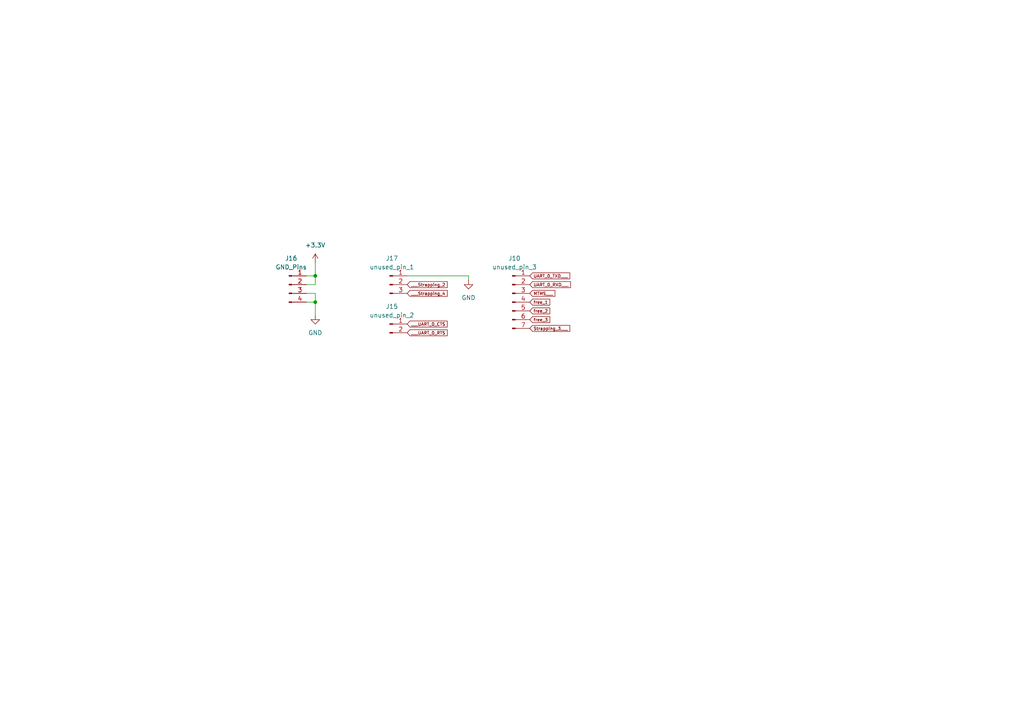
<source format=kicad_sch>
(kicad_sch (version 20250114) (generator "eeschema") (generator_version "9.0")
  (paper "A4")
  (lib_symbols
    (symbol "Connector:Conn_01x02_Pin" (pin_names (offset 1.016) (hide yes))
      (property "Reference" "J" (at 0 2.54 0))
      (property "Value" "Conn_01x02_Pin" (at 0 -5.08 0))
      (symbol "Conn_01x02_Pin_1_1"
        (rectangle (start 0.8636 0.127) (end 0 -0.127) (stroke (width 0.1524)) (fill (type outline)))
        (rectangle (start 0.8636 -2.413) (end 0 -2.667) (stroke (width 0.1524)) (fill (type outline)))
        (polyline (pts (xy 1.27 0) (xy 0.8636 0)) (stroke (width 0.1524)))
        (polyline (pts (xy 1.27 -2.54) (xy 0.8636 -2.54)) (stroke (width 0.1524)))
        (pin passive line (at 5.08 0 180) (length 3.81) (name "Pin_1") (number "1"))
        (pin passive line (at 5.08 -2.54 180) (length 3.81) (name "Pin_2") (number "2"))
      )
    )
    (symbol "Connector:Conn_01x03_Pin" (pin_names (offset 1.016) (hide yes))
      (property "Reference" "J" (at 0 5.08 0))
      (property "Value" "Conn_01x03_Pin" (at 0 -5.08 0))
      (symbol "Conn_01x03_Pin_1_1"
        (rectangle (start 0.8636 2.667) (end 0 2.413) (stroke (width 0.1524)) (fill (type outline)))
        (rectangle (start 0.8636 0.127) (end 0 -0.127) (stroke (width 0.1524)) (fill (type outline)))
        (rectangle (start 0.8636 -2.413) (end 0 -2.667) (stroke (width 0.1524)) (fill (type outline)))
        (polyline (pts (xy 1.27 2.54) (xy 0.8636 2.54)) (stroke (width 0.1524)))
        (polyline (pts (xy 1.27 0) (xy 0.8636 0)) (stroke (width 0.1524)))
        (polyline (pts (xy 1.27 -2.54) (xy 0.8636 -2.54)) (stroke (width 0.1524)))
        (pin passive line (at 5.08 2.54 180) (length 3.81) (name "Pin_1") (number "1"))
        (pin passive line (at 5.08 0 180) (length 3.81) (name "Pin_2") (number "2"))
        (pin passive line (at 5.08 -2.54 180) (length 3.81) (name "Pin_3") (number "3"))
      )
    )
    (symbol "Connector:Conn_01x04_Pin" (pin_names (offset 1.016) (hide yes))
      (property "Reference" "J" (at 0 5.08 0))
      (property "Value" "Conn_01x04_Pin" (at 0 -7.62 0))
      (symbol "Conn_01x04_Pin_1_1"
        (rectangle (start 0.8636 2.667) (end 0 2.413) (stroke (width 0.1524)) (fill (type outline)))
        (rectangle (start 0.8636 0.127) (end 0 -0.127) (stroke (width 0.1524)) (fill (type outline)))
        (rectangle (start 0.8636 -2.413) (end 0 -2.667) (stroke (width 0.1524)) (fill (type outline)))
        (rectangle (start 0.8636 -4.953) (end 0 -5.207) (stroke (width 0.1524)) (fill (type outline)))
        (polyline (pts (xy 1.27 2.54) (xy 0.8636 2.54)) (stroke (width 0.1524)))
        (polyline (pts (xy 1.27 0) (xy 0.8636 0)) (stroke (width 0.1524)))
        (polyline (pts (xy 1.27 -2.54) (xy 0.8636 -2.54)) (stroke (width 0.1524)))
        (polyline (pts (xy 1.27 -5.08) (xy 0.8636 -5.08)) (stroke (width 0.1524)))
        (pin passive line (at 5.08 2.54 180) (length 3.81) (name "Pin_1") (number "1"))
        (pin passive line (at 5.08 0 180) (length 3.81) (name "Pin_2") (number "2"))
        (pin passive line (at 5.08 -2.54 180) (length 3.81) (name "Pin_3") (number "3"))
        (pin passive line (at 5.08 -5.08 180) (length 3.81) (name "Pin_4") (number "4"))
      )
    )
    (symbol "Connector:Conn_01x07_Pin" (pin_names (offset 1.016) (hide yes))
      (property "Reference" "J" (at 0 10.16 0))
      (property "Value" "Conn_01x07_Pin" (at 0 -10.16 0))
      (symbol "Conn_01x07_Pin_1_1"
        (rectangle (start 0.8636 7.747) (end 0 7.493) (stroke (width 0.1524)) (fill (type outline)))
        (rectangle (start 0.8636 5.207) (end 0 4.953) (stroke (width 0.1524)) (fill (type outline)))
        (rectangle (start 0.8636 2.667) (end 0 2.413) (stroke (width 0.1524)) (fill (type outline)))
        (rectangle (start 0.8636 0.127) (end 0 -0.127) (stroke (width 0.1524)) (fill (type outline)))
        (rectangle (start 0.8636 -2.413) (end 0 -2.667) (stroke (width 0.1524)) (fill (type outline)))
        (rectangle (start 0.8636 -4.953) (end 0 -5.207) (stroke (width 0.1524)) (fill (type outline)))
        (rectangle (start 0.8636 -7.493) (end 0 -7.747) (stroke (width 0.1524)) (fill (type outline)))
        (polyline (pts (xy 1.27 7.62) (xy 0.8636 7.62)) (stroke (width 0.1524)))
        (polyline (pts (xy 1.27 5.08) (xy 0.8636 5.08)) (stroke (width 0.1524)))
        (polyline (pts (xy 1.27 2.54) (xy 0.8636 2.54)) (stroke (width 0.1524)))
        (polyline (pts (xy 1.27 0) (xy 0.8636 0)) (stroke (width 0.1524)))
        (polyline (pts (xy 1.27 -2.54) (xy 0.8636 -2.54)) (stroke (width 0.1524)))
        (polyline (pts (xy 1.27 -5.08) (xy 0.8636 -5.08)) (stroke (width 0.1524)))
        (polyline (pts (xy 1.27 -7.62) (xy 0.8636 -7.62)) (stroke (width 0.1524)))
        (pin passive line (at 5.08 7.62 180) (length 3.81) (name "Pin_1") (number "1"))
        (pin passive line (at 5.08 5.08 180) (length 3.81) (name "Pin_2") (number "2"))
        (pin passive line (at 5.08 2.54 180) (length 3.81) (name "Pin_3") (number "3"))
        (pin passive line (at 5.08 0 180) (length 3.81) (name "Pin_4") (number "4"))
        (pin passive line (at 5.08 -2.54 180) (length 3.81) (name "Pin_5") (number "5"))
        (pin passive line (at 5.08 -5.08 180) (length 3.81) (name "Pin_6") (number "6"))
        (pin passive line (at 5.08 -7.62 180) (length 3.81) (name "Pin_7") (number "7"))
      )
    )
    (symbol "PAMI-Power_Board_specific_symbols:+3.3V" (power) (pin_numbers (hide yes)) (pin_names (offset 0) (hide yes))
      (property "Value" "+3.3V" (at 0 3.556 0))
      (symbol "+3.3V_0_1"
        (polyline (pts (xy -0.762 1.27) (xy 0 2.54)))
        (polyline (pts (xy 0 2.54) (xy 0.762 1.27)))
        (polyline (pts (xy 0 0) (xy 0 2.54)))
      )
      (symbol "+3.3V_1_1"
        (pin power_in line (at 0 0 90) (length 0) (name "~") (number "1"))
      )
    )
    (symbol "power:GND" (power) (pin_numbers (hide yes)) (pin_names (offset 0) (hide yes))
      (property "Value" "GND" (at 0 -3.81 0))
      (symbol "GND_0_1"
        (polyline (pts (xy 0 0) (xy 0 -1.27) (xy 1.27 -1.27) (xy 0 -2.54) (xy -1.27 -1.27) (xy 0 -1.27)))
      )
      (symbol "GND_1_1"
        (pin power_in line (at 0 0 270) (length 0) (name "~") (number "1"))
      )
    )
  )
  (junction (at 91.44 80.01))
  (junction (at 91.44 87.63))
  (wire (pts (xy 91.44 85.09) (xy 91.44 87.63)))
  (wire (pts (xy 118.11 80.01) (xy 135.89 80.01)))
  (wire (pts (xy 91.44 80.01) (xy 91.44 82.55)))
  (wire (pts (xy 88.9 85.09) (xy 91.44 85.09)))
  (wire (pts (xy 88.9 82.55) (xy 91.44 82.55)))
  (wire (pts (xy 91.44 76.2) (xy 91.44 80.01)))
  (wire (pts (xy 135.89 80.01) (xy 135.89 81.28)))
  (wire (pts (xy 88.9 80.01) (xy 91.44 80.01)))
  (wire (pts (xy 88.9 87.63) (xy 91.44 87.63)))
  (wire (pts (xy 91.44 87.63) (xy 91.44 91.44)))
  (global_label "___Strapping_4" (shape input) (at 118.11 85.09 0) (effects (font (size 0.889 0.889))) (property "Intersheetrefs" "${INTERSHEET_REFS}" (effects (hide yes))))
  (global_label "free_3" (shape input) (at 153.67 92.71 0) (effects (font (size 0.889 0.889))) (property "Intersheetrefs" "${INTERSHEET_REFS}" (effects (hide yes))))
  (global_label "___UART_0_CTS" (shape input) (at 118.11 93.98 0) (effects (font (size 0.889 0.889))) (property "Intersheetrefs" "${INTERSHEET_REFS}" (effects (hide yes))))
  (global_label "___Strapping_2" (shape input) (at 118.11 82.55 0) (effects (font (size 0.889 0.889))) (property "Intersheetrefs" "${INTERSHEET_REFS}" (effects (hide yes))))
  (global_label "___UART_0_RTS" (shape input) (at 118.11 96.52 0) (effects (font (size 0.889 0.889))) (property "Intersheetrefs" "${INTERSHEET_REFS}" (effects (hide yes))))
  (global_label "free_2" (shape input) (at 153.67 90.17 0) (effects (font (size 0.889 0.889))) (property "Intersheetrefs" "${INTERSHEET_REFS}" (effects (hide yes))))
  (global_label "free_1" (shape input) (at 153.67 87.63 0) (effects (font (size 0.889 0.889))) (property "Intersheetrefs" "${INTERSHEET_REFS}" (effects (hide yes))))
  (global_label "UART_0_TXD___" (shape input) (at 153.67 80.01 0) (effects (font (size 0.889 0.889))) (property "Intersheetrefs" "${INTERSHEET_REFS}" (effects (hide yes))))
  (global_label "UART_0_RXD___" (shape input) (at 153.67 82.55 0) (effects (font (size 0.889 0.889))) (property "Intersheetrefs" "${INTERSHEET_REFS}" (effects (hide yes))))
  (global_label "MTMS___" (shape input) (at 153.67 85.09 0) (effects (font (size 0.889 0.889))) (property "Intersheetrefs" "${INTERSHEET_REFS}" (effects (hide yes))))
  (global_label "Strapping_3___" (shape input) (at 153.67 95.25 0) (effects (font (size 0.889 0.889))) (property "Intersheetrefs" "${INTERSHEET_REFS}" (effects (hide yes))))
  (symbol (lib_id "power:GND") (at 135.89 81.28 0) (unit 1)
    (property "Reference" "#PWR0106" (effects (hide yes)))
    (property "Value" "GND" (at 135.89 86.36 0))
    (property "Description" "Power symbol creates a global label with name \"GND\" , ground" (effects (hide yes)))
  )
  (symbol (lib_id "PAMI-Power_Board_specific_symbols:+3.3V") (at 91.44 76.2 0) (unit 1)
    (property "Reference" "#PWR069" (effects (hide yes)))
    (property "Value" "+3.3V" (at 91.44 71.12 0))
    (property "Description" "Power symbol creates a global label with name \"+3.3V\"" (effects (hide yes)))
  )
  (symbol (lib_id "Connector:Conn_01x03_Pin") (at 113.03 82.55 0) (unit 1)
    (property "Reference" "J17" (at 113.665 74.93 0))
    (property "Value" "unused_pin_1" (at 113.665 77.47 0))
    (property "Footprint" "Connector_PinSocket_2.54mm:PinSocket_1x03_P2.54mm_Vertical" (effects (hide yes)))
    (property "Description" "Generic connector, single row, 01x03, script generated" (effects (hide yes)))
  )
  (symbol (lib_id "Connector:Conn_01x04_Pin") (at 83.82 82.55 0) (unit 1)
    (property "Reference" "J16" (at 84.455 74.93 0))
    (property "Value" "GND_Pins" (at 84.455 77.47 0))
    (property "Footprint" "Connector_PinSocket_2.54mm:PinSocket_1x04_P2.54mm_Vertical" (effects (hide yes)))
    (property "Description" "Generic connector, single row, 01x04, script generated" (effects (hide yes)))
  )
  (symbol (lib_id "power:GND") (at 91.44 91.44 0) (unit 1)
    (property "Reference" "#PWR0105" (effects (hide yes)))
    (property "Value" "GND" (at 91.44 96.52 0))
    (property "Description" "Power symbol creates a global label with name \"GND\" , ground" (effects (hide yes)))
  )
  (symbol (lib_id "Connector:Conn_01x07_Pin") (at 148.59 87.63 0) (unit 1)
    (property "Reference" "J10" (at 149.225 74.93 0))
    (property "Value" "unused_pin_3" (at 149.225 77.47 0))
    (property "Footprint" "Connector_PinSocket_2.54mm:PinSocket_1x07_P2.54mm_Vertical" (effects (hide yes)))
    (property "Description" "Generic connector, single row, 01x07, script generated" (effects (hide yes)))
  )
  (symbol (lib_id "Connector:Conn_01x02_Pin") (at 113.03 93.98 0) (unit 1)
    (property "Reference" "J15" (at 113.665 88.9 0))
    (property "Value" "unused_pin_2" (at 113.665 91.44 0))
    (property "Footprint" "Connector_PinSocket_2.54mm:PinSocket_1x02_P2.54mm_Vertical" (effects (hide yes)))
    (property "Description" "Generic connector, single row, 01x02, script generated" (effects (hide yes)))
  )
)
</source>
